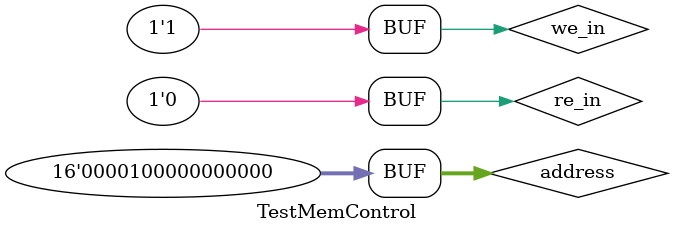
<source format=v>
`timescale 1ns / 1ps


module TestMemControl;

	// Inputs
	reg re_in;
	reg we_in;
	reg [15:0] address;

	// Outputs
	wire mem_err;
	wire re_out;
	wire we_out;
	wire in;
	wire out;

	// Instantiate the Unit Under Test (UUT)
	MemControl uut (
		.re_in(re_in), 
		.we_in(we_in), 
		.address(address), 
		.mem_err(mem_err), 
		.re_out(re_out), 
		.we_out(we_out), 
		.in(in), 
		.out(out)
	);

	initial begin
		// Initialize Inputs
		re_in = 0;
		we_in = 0;
		address = 0;

		// Wait 100 ns for global reset to finish
		#100;
		// test for reading pc address
      address = 10;
		re_in = 1;
		#20;
		// test for read invalid pc address
		address = 11;
		#20;
		// test for writing to instruction memory
		re_in = 0;
		we_in = 1;
		address = 10;
		#20;
		// test reading to stack memory
		address = 258;
		re_in = 1;
		we_in = 0;
		#20;
		// test writing to stack memory
		re_in = 0;
		we_in = 1;
		#20;
		// test input
		re_in = 1;
		we_in = 0;
		address = 1024;
		#20;
		// test output
		re_in = 0;
		we_in = 1;
		address = 1026;
		#20;
		// test address out of bounds
		address = 2048;
		
		
		// Add stimulus here

	end
      
endmodule


</source>
